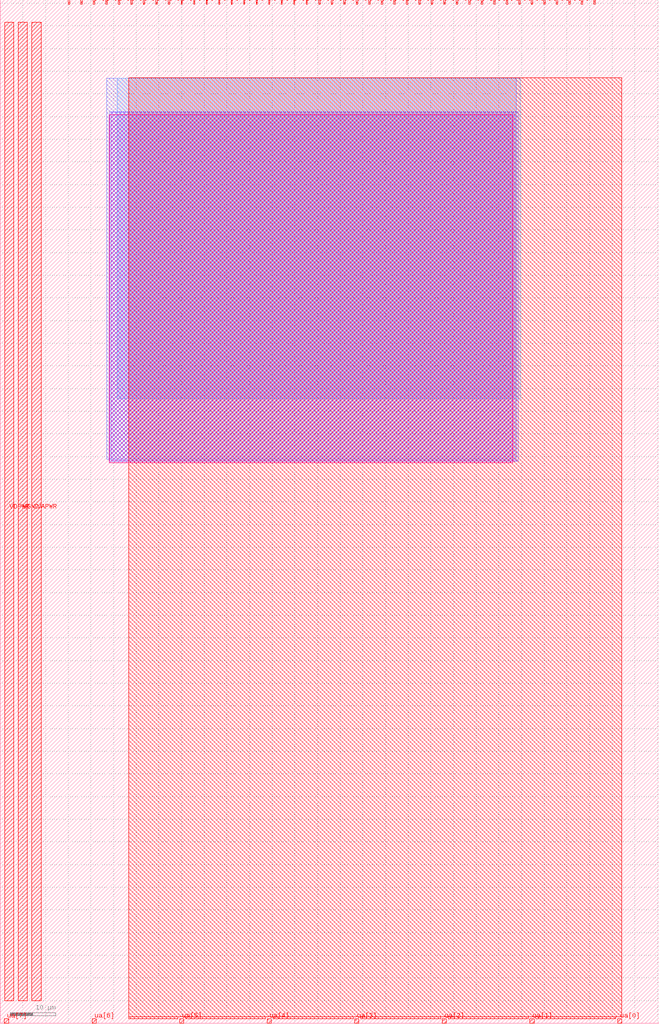
<source format=lef>
VERSION 5.7 ;
  NOWIREEXTENSIONATPIN ON ;
  DIVIDERCHAR "/" ;
  BUSBITCHARS "[]" ;
MACRO tt_um_sonos_flash_party
  CLASS BLOCK ;
  FOREIGN tt_um_sonos_flash_party ;
  ORIGIN 0.000 0.000 ;
  SIZE 145.360 BY 225.760 ;
  PIN clk
    DIRECTION INPUT ;
    USE SIGNAL ;
    PORT
      LAYER met4 ;
        RECT 128.190 224.760 128.490 225.760 ;
    END
  END clk
  PIN ena
    DIRECTION INPUT ;
    USE SIGNAL ;
    PORT
      LAYER met4 ;
        RECT 130.950 224.760 131.250 225.760 ;
    END
  END ena
  PIN rst_n
    DIRECTION INPUT ;
    USE SIGNAL ;
    PORT
      LAYER met4 ;
        RECT 125.430 224.760 125.730 225.760 ;
    END
  END rst_n
  PIN ua[0]
    DIRECTION INOUT ;
    USE SIGNAL ;
    PORT
      LAYER met4 ;
        RECT 136.170 0.000 137.070 1.000 ;
    END
  END ua[0]
  PIN ua[1]
    DIRECTION INOUT ;
    USE SIGNAL ;
    PORT
      LAYER met4 ;
        RECT 116.850 0.000 117.750 1.000 ;
    END
  END ua[1]
  PIN ua[2]
    DIRECTION INOUT ;
    USE SIGNAL ;
    PORT
      LAYER met4 ;
        RECT 97.530 0.000 98.430 1.000 ;
    END
  END ua[2]
  PIN ua[3]
    DIRECTION INOUT ;
    USE SIGNAL ;
    PORT
      LAYER met4 ;
        RECT 78.210 0.000 79.110 1.000 ;
    END
  END ua[3]
  PIN ua[4]
    DIRECTION INOUT ;
    USE SIGNAL ;
    PORT
      LAYER met4 ;
        RECT 58.890 0.000 59.790 1.000 ;
    END
  END ua[4]
  PIN ua[5]
    DIRECTION INOUT ;
    USE SIGNAL ;
    PORT
      LAYER met4 ;
        RECT 39.570 0.000 40.470 1.000 ;
    END
  END ua[5]
  PIN ua[6]
    DIRECTION INOUT ;
    USE SIGNAL ;
    PORT
      LAYER met4 ;
        RECT 20.250 0.000 21.150 1.000 ;
    END
  END ua[6]
  PIN ua[7]
    DIRECTION INOUT ;
    USE SIGNAL ;
    PORT
      LAYER met4 ;
        RECT 0.930 0.000 1.830 1.000 ;
    END
  END ua[7]
  PIN ui_in[0]
    DIRECTION INPUT ;
    USE SIGNAL ;
    PORT
      LAYER met4 ;
        RECT 122.670 224.760 122.970 225.760 ;
    END
  END ui_in[0]
  PIN ui_in[1]
    DIRECTION INPUT ;
    USE SIGNAL ;
    PORT
      LAYER met4 ;
        RECT 119.910 224.760 120.210 225.760 ;
    END
  END ui_in[1]
  PIN ui_in[2]
    DIRECTION INPUT ;
    USE SIGNAL ;
    PORT
      LAYER met4 ;
        RECT 117.150 224.760 117.450 225.760 ;
    END
  END ui_in[2]
  PIN ui_in[3]
    DIRECTION INPUT ;
    USE SIGNAL ;
    PORT
      LAYER met4 ;
        RECT 114.390 224.760 114.690 225.760 ;
    END
  END ui_in[3]
  PIN ui_in[4]
    DIRECTION INPUT ;
    USE SIGNAL ;
    PORT
      LAYER met4 ;
        RECT 111.630 224.760 111.930 225.760 ;
    END
  END ui_in[4]
  PIN ui_in[5]
    DIRECTION INPUT ;
    USE SIGNAL ;
    PORT
      LAYER met4 ;
        RECT 108.870 224.760 109.170 225.760 ;
    END
  END ui_in[5]
  PIN ui_in[6]
    DIRECTION INPUT ;
    USE SIGNAL ;
    PORT
      LAYER met4 ;
        RECT 106.110 224.760 106.410 225.760 ;
    END
  END ui_in[6]
  PIN ui_in[7]
    DIRECTION INPUT ;
    USE SIGNAL ;
    PORT
      LAYER met4 ;
        RECT 103.350 224.760 103.650 225.760 ;
    END
  END ui_in[7]
  PIN uio_in[0]
    DIRECTION INPUT ;
    USE SIGNAL ;
    PORT
      LAYER met4 ;
        RECT 100.590 224.760 100.890 225.760 ;
    END
  END uio_in[0]
  PIN uio_in[1]
    DIRECTION INPUT ;
    USE SIGNAL ;
    PORT
      LAYER met4 ;
        RECT 97.830 224.760 98.130 225.760 ;
    END
  END uio_in[1]
  PIN uio_in[2]
    DIRECTION INPUT ;
    USE SIGNAL ;
    PORT
      LAYER met4 ;
        RECT 95.070 224.760 95.370 225.760 ;
    END
  END uio_in[2]
  PIN uio_in[3]
    DIRECTION INPUT ;
    USE SIGNAL ;
    PORT
      LAYER met4 ;
        RECT 92.310 224.760 92.610 225.760 ;
    END
  END uio_in[3]
  PIN uio_in[4]
    DIRECTION INPUT ;
    USE SIGNAL ;
    PORT
      LAYER met4 ;
        RECT 89.550 224.760 89.850 225.760 ;
    END
  END uio_in[4]
  PIN uio_in[5]
    DIRECTION INPUT ;
    USE SIGNAL ;
    PORT
      LAYER met4 ;
        RECT 86.790 224.760 87.090 225.760 ;
    END
  END uio_in[5]
  PIN uio_in[6]
    DIRECTION INPUT ;
    USE SIGNAL ;
    PORT
      LAYER met4 ;
        RECT 84.030 224.760 84.330 225.760 ;
    END
  END uio_in[6]
  PIN uio_in[7]
    DIRECTION INPUT ;
    USE SIGNAL ;
    PORT
      LAYER met4 ;
        RECT 81.270 224.760 81.570 225.760 ;
    END
  END uio_in[7]
  PIN uio_oe[0]
    DIRECTION OUTPUT ;
    USE SIGNAL ;
    PORT
      LAYER met4 ;
        RECT 34.350 224.760 34.650 225.760 ;
    END
  END uio_oe[0]
  PIN uio_oe[1]
    DIRECTION OUTPUT ;
    USE SIGNAL ;
    PORT
      LAYER met4 ;
        RECT 31.590 224.760 31.890 225.760 ;
    END
  END uio_oe[1]
  PIN uio_oe[2]
    DIRECTION OUTPUT ;
    USE SIGNAL ;
    PORT
      LAYER met4 ;
        RECT 28.830 224.760 29.130 225.760 ;
    END
  END uio_oe[2]
  PIN uio_oe[3]
    DIRECTION OUTPUT ;
    USE SIGNAL ;
    PORT
      LAYER met4 ;
        RECT 26.070 224.760 26.370 225.760 ;
    END
  END uio_oe[3]
  PIN uio_oe[4]
    DIRECTION OUTPUT ;
    USE SIGNAL ;
    PORT
      LAYER met4 ;
        RECT 23.310 224.760 23.610 225.760 ;
    END
  END uio_oe[4]
  PIN uio_oe[5]
    DIRECTION OUTPUT ;
    USE SIGNAL ;
    PORT
      LAYER met4 ;
        RECT 20.550 224.760 20.850 225.760 ;
    END
  END uio_oe[5]
  PIN uio_oe[6]
    DIRECTION OUTPUT ;
    USE SIGNAL ;
    PORT
      LAYER met4 ;
        RECT 17.790 224.760 18.090 225.760 ;
    END
  END uio_oe[6]
  PIN uio_oe[7]
    DIRECTION OUTPUT ;
    USE SIGNAL ;
    PORT
      LAYER met4 ;
        RECT 15.030 224.760 15.330 225.760 ;
    END
  END uio_oe[7]
  PIN uio_out[0]
    DIRECTION OUTPUT ;
    USE SIGNAL ;
    PORT
      LAYER met4 ;
        RECT 56.430 224.760 56.730 225.760 ;
    END
  END uio_out[0]
  PIN uio_out[1]
    DIRECTION OUTPUT ;
    USE SIGNAL ;
    PORT
      LAYER met4 ;
        RECT 53.670 224.760 53.970 225.760 ;
    END
  END uio_out[1]
  PIN uio_out[2]
    DIRECTION OUTPUT ;
    USE SIGNAL ;
    PORT
      LAYER met4 ;
        RECT 50.910 224.760 51.210 225.760 ;
    END
  END uio_out[2]
  PIN uio_out[3]
    DIRECTION OUTPUT ;
    USE SIGNAL ;
    PORT
      LAYER met4 ;
        RECT 48.150 224.760 48.450 225.760 ;
    END
  END uio_out[3]
  PIN uio_out[4]
    DIRECTION OUTPUT ;
    USE SIGNAL ;
    PORT
      LAYER met4 ;
        RECT 45.390 224.760 45.690 225.760 ;
    END
  END uio_out[4]
  PIN uio_out[5]
    DIRECTION OUTPUT ;
    USE SIGNAL ;
    PORT
      LAYER met4 ;
        RECT 42.630 224.760 42.930 225.760 ;
    END
  END uio_out[5]
  PIN uio_out[6]
    DIRECTION OUTPUT ;
    USE SIGNAL ;
    PORT
      LAYER met4 ;
        RECT 39.870 224.760 40.170 225.760 ;
    END
  END uio_out[6]
  PIN uio_out[7]
    DIRECTION OUTPUT ;
    USE SIGNAL ;
    PORT
      LAYER met4 ;
        RECT 37.110 224.760 37.410 225.760 ;
    END
  END uio_out[7]
  PIN uo_out[0]
    DIRECTION OUTPUT ;
    USE SIGNAL ;
    PORT
      LAYER met4 ;
        RECT 78.510 224.760 78.810 225.760 ;
    END
  END uo_out[0]
  PIN uo_out[1]
    DIRECTION OUTPUT ;
    USE SIGNAL ;
    PORT
      LAYER met4 ;
        RECT 75.750 224.760 76.050 225.760 ;
    END
  END uo_out[1]
  PIN uo_out[2]
    DIRECTION OUTPUT ;
    USE SIGNAL ;
    PORT
      LAYER met4 ;
        RECT 72.990 224.760 73.290 225.760 ;
    END
  END uo_out[2]
  PIN uo_out[3]
    DIRECTION OUTPUT ;
    USE SIGNAL ;
    PORT
      LAYER met4 ;
        RECT 70.230 224.760 70.530 225.760 ;
    END
  END uo_out[3]
  PIN uo_out[4]
    DIRECTION OUTPUT ;
    USE SIGNAL ;
    PORT
      LAYER met4 ;
        RECT 67.470 224.760 67.770 225.760 ;
    END
  END uo_out[4]
  PIN uo_out[5]
    DIRECTION OUTPUT ;
    USE SIGNAL ;
    PORT
      LAYER met4 ;
        RECT 64.710 224.760 65.010 225.760 ;
    END
  END uo_out[5]
  PIN uo_out[6]
    DIRECTION OUTPUT ;
    USE SIGNAL ;
    PORT
      LAYER met4 ;
        RECT 61.950 224.760 62.250 225.760 ;
    END
  END uo_out[6]
  PIN uo_out[7]
    DIRECTION OUTPUT ;
    USE SIGNAL ;
    PORT
      LAYER met4 ;
        RECT 59.190 224.760 59.490 225.760 ;
    END
  END uo_out[7]
  PIN VDPWR
    DIRECTION INOUT ;
    USE POWER ;
    PORT
      LAYER met4 ;
        RECT 1.000 5.000 3.000 220.760 ;
    END
  END VDPWR
  PIN VGND
    DIRECTION INOUT ;
    USE GROUND ;
    PORT
      LAYER met4 ;
        RECT 4.000 5.000 6.000 220.760 ;
    END
  END VGND
  PIN VAPWR
    DIRECTION INOUT ;
    USE POWER ;
    PORT
      LAYER met4 ;
        RECT 7.000 5.000 9.000 220.760 ;
    END
  END VAPWR
  OBS
      LAYER nwell ;
        RECT 24.060 123.650 113.100 200.375 ;
      LAYER li1 ;
        RECT 24.450 124.040 113.840 200.975 ;
      LAYER met1 ;
        RECT 24.130 123.950 114.270 201.005 ;
      LAYER met2 ;
        RECT 23.545 124.390 113.790 208.475 ;
      LAYER met3 ;
        RECT 25.760 137.785 114.695 208.455 ;
      LAYER met4 ;
        RECT 28.360 1.400 137.070 208.505 ;
        RECT 28.360 1.000 39.170 1.400 ;
        RECT 40.870 1.000 58.490 1.400 ;
        RECT 60.190 1.000 77.810 1.400 ;
        RECT 79.510 1.000 97.130 1.400 ;
        RECT 98.830 1.000 116.450 1.400 ;
        RECT 118.150 1.000 135.770 1.400 ;
  END
END tt_um_sonos_flash_party
END LIBRARY


</source>
